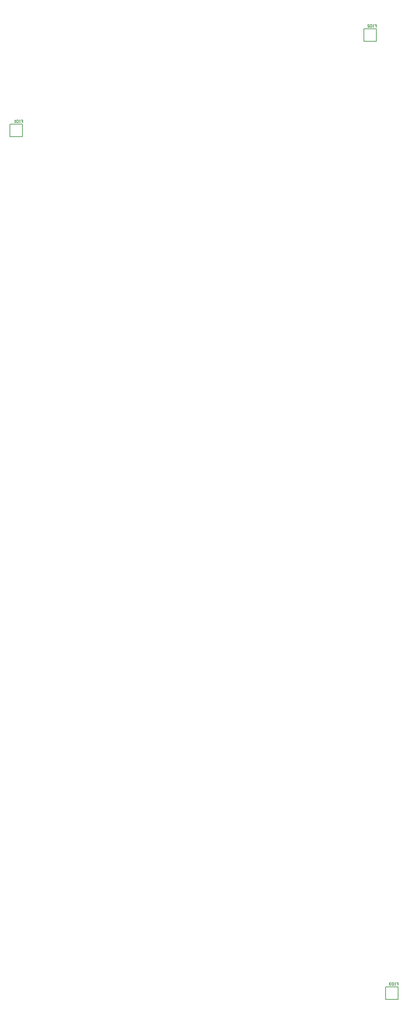
<source format=gbo>
%FSTAX23Y23*%
%MOIN*%
%SFA1B1*%

%IPPOS*%
%ADD14C,0.005000*%
%ADD17C,0.006000*%
%LNprob_s7cas_pcb-1*%
%LPD*%
G54D14*
X04792Y00204D02*
Y00334D01*
X04922Y00204D02*
Y00334D01*
X04792Y00204D02*
X04922D01*
X04792Y00334D02*
X04922D01*
X00877Y09191D02*
Y09321D01*
X01007Y09191D02*
Y09321D01*
X00877Y09191D02*
X01007D01*
X00877Y09321D02*
X01007D01*
X04565Y10185D02*
Y10315D01*
X04695Y10185D02*
Y10315D01*
X04565Y10185D02*
X04695D01*
X04565Y10315D02*
X04695D01*
G54D17*
X04907Y00377D02*
X04924D01*
Y00364*
X04916*
X04924*
Y00351*
X04898Y00377D02*
X0489D01*
X04894*
Y00351*
X04898*
X0489*
X04877Y00377D02*
Y00351D01*
X04864*
X04859Y00356*
Y00373*
X04864Y00377*
X04877*
X04851Y00373D02*
X04846Y00377D01*
X04838*
X04833Y00373*
Y00369*
X04838Y00364*
X04842*
X04838*
X04833Y0036*
Y00356*
X04838Y00351*
X04846*
X04851Y00356*
X00992Y09365D02*
X01009D01*
Y09352*
X01001*
X01009*
Y09339*
X00983Y09365D02*
X00975D01*
X00979*
Y09339*
X00983*
X00975*
X00962Y09365D02*
Y09339D01*
X00949*
X00944Y09343*
Y09361*
X00949Y09365*
X00962*
X00936Y09339D02*
X00927D01*
X00931*
Y09365*
X00936Y09361*
X04679Y10358D02*
X04696D01*
Y10345*
X04688*
X04696*
Y10332*
X0467Y10358D02*
X04662D01*
X04666*
Y10332*
X0467*
X04662*
X04649Y10358D02*
Y10332D01*
X04636*
X04631Y10337*
Y10354*
X04636Y10358*
X04649*
X04605Y10332D02*
X04623D01*
X04605Y1035*
Y10354*
X0461Y10358*
X04618*
X04623Y10354*
M02*
</source>
